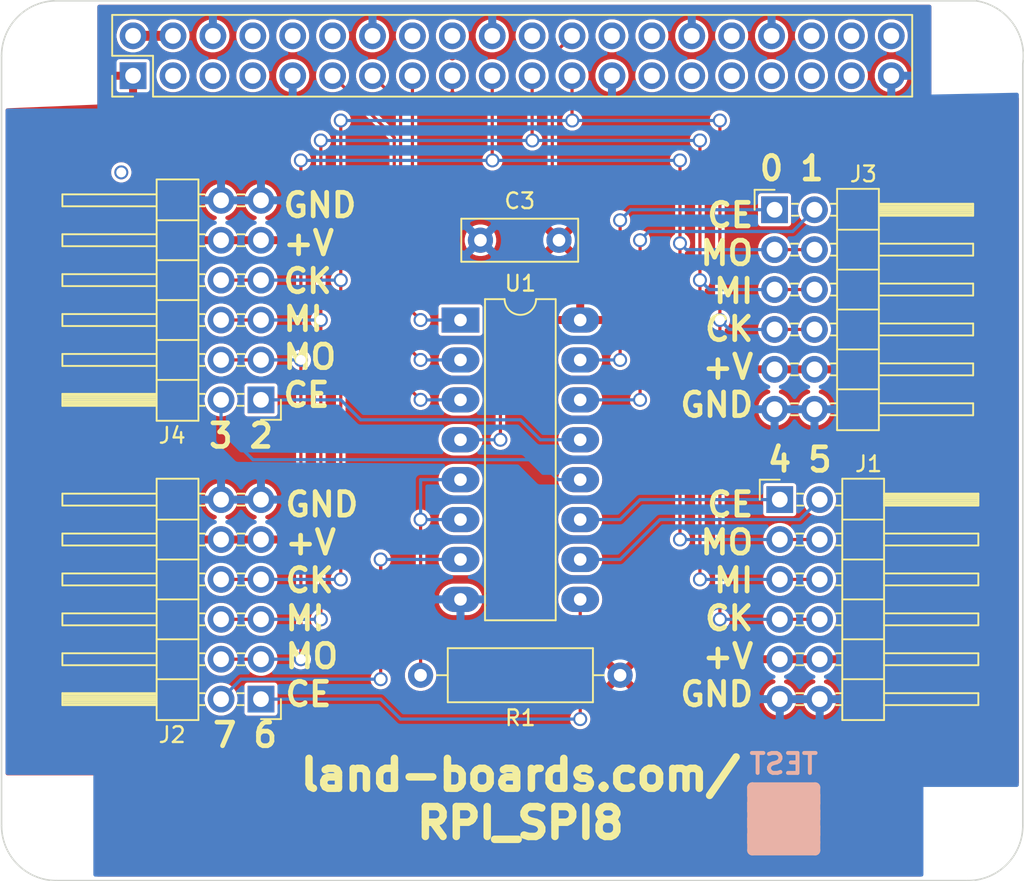
<source format=kicad_pcb>
(kicad_pcb (version 20171130) (host pcbnew "(5.1.5)-3")
  (title_block (title RasPi-GVS-Plus-CFG) (rev X1) (company land-boards.com))
  (layers (0 F.Cu signal) (31 B.Cu signal) (36 B.SilkS user) (37 F.SilkS user) (38 B.Mask user) (39 F.Mask user) (44 Edge.Cuts user))
  (net 0 "")
  (net 1 GND)
  (net 2 +5V)
  (net 3 +3V3)
  (net 4 /SPICE0)
  (net 5 /SPISCK)
  (net 6 /SPIMISO)
  (net 7 /SPIMOSI)
  (net 8 /IO_22)
  (net 9 /IO_27)
  (net 10 /IO_17)
  (net 11 /SPICE0G)
  (net 12 /SPICE0F)
  (net 13 /SPICE0E)
  (net 14 /SPICE0D)
  (net 15 /SPICE0C)
  (net 16 /SPICE0B)
  (net 17 /SPICE0H)
  (net 18 /SPICE0A)
  (net 19 "Net-(R1-Pad2)")
  (module Connector_PinHeader_2.54mm:PinHeader_2x06_P2.54mm_Horizontal (layer F.Cu) (at 16.51 44.45 180)
    (fp_text reference J2 (at 5.655 -2.27) (layer F.SilkS))
    (fp_text value Conn_02x06_Odd_Even)
    (fp_line (start -1.27 -1.27) (end 0 -1.27) (layer F.SilkS) (width 0.12))
    (fp_line (start -1.27 0) (end -1.27 -1.27) (layer F.SilkS) (width 0.12))
    (fp_line (start 1.042929 13.08) (end 1.497071 13.08) (layer F.SilkS) (width 0.12))
    (fp_line (start 1.042929 12.32) (end 1.497071 12.32) (layer F.SilkS) (width 0.12))
    (fp_line (start 3.582929 13.08) (end 3.98 13.08) (layer F.SilkS) (width 0.12))
    (fp_line (start 3.582929 12.32) (end 3.98 12.32) (layer F.SilkS) (width 0.12))
    (fp_line (start 12.64 13.08) (end 6.64 13.08) (layer F.SilkS) (width 0.12))
    (fp_line (start 12.64 12.32) (end 12.64 13.08) (layer F.SilkS) (width 0.12))
    (fp_line (start 6.64 12.32) (end 12.64 12.32) (layer F.SilkS) (width 0.12))
    (fp_line (start 3.98 11.43) (end 6.64 11.43) (layer F.SilkS) (width 0.12))
    (fp_line (start 1.042929 10.54) (end 1.497071 10.54) (layer F.SilkS) (width 0.12))
    (fp_line (start 1.042929 9.78) (end 1.497071 9.78) (layer F.SilkS) (width 0.12))
    (fp_line (start 3.582929 10.54) (end 3.98 10.54) (layer F.SilkS) (width 0.12))
    (fp_line (start 3.582929 9.78) (end 3.98 9.78) (layer F.SilkS) (width 0.12))
    (fp_line (start 12.64 10.54) (end 6.64 10.54) (layer F.SilkS) (width 0.12))
    (fp_line (start 12.64 9.78) (end 12.64 10.54) (layer F.SilkS) (width 0.12))
    (fp_line (start 6.64 9.78) (end 12.64 9.78) (layer F.SilkS) (width 0.12))
    (fp_line (start 3.98 8.89) (end 6.64 8.89) (layer F.SilkS) (width 0.12))
    (fp_line (start 1.042929 8) (end 1.497071 8) (layer F.SilkS) (width 0.12))
    (fp_line (start 1.042929 7.24) (end 1.497071 7.24) (layer F.SilkS) (width 0.12))
    (fp_line (start 3.582929 8) (end 3.98 8) (layer F.SilkS) (width 0.12))
    (fp_line (start 3.582929 7.24) (end 3.98 7.24) (layer F.SilkS) (width 0.12))
    (fp_line (start 12.64 8) (end 6.64 8) (layer F.SilkS) (width 0.12))
    (fp_line (start 12.64 7.24) (end 12.64 8) (layer F.SilkS) (width 0.12))
    (fp_line (start 6.64 7.24) (end 12.64 7.24) (layer F.SilkS) (width 0.12))
    (fp_line (start 3.98 6.35) (end 6.64 6.35) (layer F.SilkS) (width 0.12))
    (fp_line (start 1.042929 5.46) (end 1.497071 5.46) (layer F.SilkS) (width 0.12))
    (fp_line (start 1.042929 4.7) (end 1.497071 4.7) (layer F.SilkS) (width 0.12))
    (fp_line (start 3.582929 5.46) (end 3.98 5.46) (layer F.SilkS) (width 0.12))
    (fp_line (start 3.582929 4.7) (end 3.98 4.7) (layer F.SilkS) (width 0.12))
    (fp_line (start 12.64 5.46) (end 6.64 5.46) (layer F.SilkS) (width 0.12))
    (fp_line (start 12.64 4.7) (end 12.64 5.46) (layer F.SilkS) (width 0.12))
    (fp_line (start 6.64 4.7) (end 12.64 4.7) (layer F.SilkS) (width 0.12))
    (fp_line (start 3.98 3.81) (end 6.64 3.81) (layer F.SilkS) (width 0.12))
    (fp_line (start 1.042929 2.92) (end 1.497071 2.92) (layer F.SilkS) (width 0.12))
    (fp_line (start 1.042929 2.16) (end 1.497071 2.16) (layer F.SilkS) (width 0.12))
    (fp_line (start 3.582929 2.92) (end 3.98 2.92) (layer F.SilkS) (width 0.12))
    (fp_line (start 3.582929 2.16) (end 3.98 2.16) (layer F.SilkS) (width 0.12))
    (fp_line (start 12.64 2.92) (end 6.64 2.92) (layer F.SilkS) (width 0.12))
    (fp_line (start 12.64 2.16) (end 12.64 2.92) (layer F.SilkS) (width 0.12))
    (fp_line (start 6.64 2.16) (end 12.64 2.16) (layer F.SilkS) (width 0.12))
    (fp_line (start 3.98 1.27) (end 6.64 1.27) (layer F.SilkS) (width 0.12))
    (fp_line (start 1.11 0.38) (end 1.497071 0.38) (layer F.SilkS) (width 0.12))
    (fp_line (start 1.11 -0.38) (end 1.497071 -0.38) (layer F.SilkS) (width 0.12))
    (fp_line (start 3.582929 0.38) (end 3.98 0.38) (layer F.SilkS) (width 0.12))
    (fp_line (start 3.582929 -0.38) (end 3.98 -0.38) (layer F.SilkS) (width 0.12))
    (fp_line (start 6.64 0.28) (end 12.64 0.28) (layer F.SilkS) (width 0.12))
    (fp_line (start 6.64 0.16) (end 12.64 0.16) (layer F.SilkS) (width 0.12))
    (fp_line (start 6.64 0.04) (end 12.64 0.04) (layer F.SilkS) (width 0.12))
    (fp_line (start 6.64 -0.08) (end 12.64 -0.08) (layer F.SilkS) (width 0.12))
    (fp_line (start 6.64 -0.2) (end 12.64 -0.2) (layer F.SilkS) (width 0.12))
    (fp_line (start 6.64 -0.32) (end 12.64 -0.32) (layer F.SilkS) (width 0.12))
    (fp_line (start 12.64 0.38) (end 6.64 0.38) (layer F.SilkS) (width 0.12))
    (fp_line (start 12.64 -0.38) (end 12.64 0.38) (layer F.SilkS) (width 0.12))
    (fp_line (start 6.64 -0.38) (end 12.64 -0.38) (layer F.SilkS) (width 0.12))
    (fp_line (start 6.64 -1.33) (end 3.98 -1.33) (layer F.SilkS) (width 0.12))
    (fp_line (start 6.64 14.03) (end 6.64 -1.33) (layer F.SilkS) (width 0.12))
    (fp_line (start 3.98 14.03) (end 6.64 14.03) (layer F.SilkS) (width 0.12))
    (fp_line (start 3.98 -1.33) (end 3.98 14.03) (layer F.SilkS) (width 0.12))
    (pad 12 thru_hole oval (at 2.54 12.7 180) (size 1.7 1.7) (drill 1) (layers *.Cu *.Mask) (net 1 GND))
    (pad 11 thru_hole oval (at 0 12.7 180) (size 1.7 1.7) (drill 1) (layers *.Cu *.Mask) (net 1 GND))
    (pad 10 thru_hole oval (at 2.54 10.16 180) (size 1.7 1.7) (drill 1) (layers *.Cu *.Mask) (net 3 +3V3))
    (pad 9 thru_hole oval (at 0 10.16 180) (size 1.7 1.7) (drill 1) (layers *.Cu *.Mask) (net 3 +3V3))
    (pad 8 thru_hole oval (at 2.54 7.62 180) (size 1.7 1.7) (drill 1) (layers *.Cu *.Mask) (net 5 /SPISCK))
    (pad 7 thru_hole oval (at 0 7.62 180) (size 1.7 1.7) (drill 1) (layers *.Cu *.Mask) (net 5 /SPISCK))
    (pad 6 thru_hole oval (at 2.54 5.08 180) (size 1.7 1.7) (drill 1) (layers *.Cu *.Mask) (net 6 /SPIMISO))
    (pad 5 thru_hole oval (at 0 5.08 180) (size 1.7 1.7) (drill 1) (layers *.Cu *.Mask) (net 6 /SPIMISO))
    (pad 4 thru_hole oval (at 2.54 2.54 180) (size 1.7 1.7) (drill 1) (layers *.Cu *.Mask) (net 7 /SPIMOSI))
    (pad 3 thru_hole oval (at 0 2.54 180) (size 1.7 1.7) (drill 1) (layers *.Cu *.Mask) (net 7 /SPIMOSI))
    (pad 2 thru_hole oval (at 2.54 0 180) (size 1.7 1.7) (drill 1) (layers *.Cu *.Mask) (net 17 /SPICE0H))
    (pad 1 thru_hole rect (at 0 0 180) (size 1.7 1.7) (drill 1) (layers *.Cu *.Mask) (net 11 /SPICE0G))
  )
  (module Connector_PinHeader_2.54mm:PinHeader_2x20_P2.54mm_Vertical (layer F.Cu) (at 8.37 4.77 90)
    (fp_text reference H1 hide)
    (fp_text value RASPIOPLUS)
    (fp_line (start -1.33 -1.33) (end 0 -1.33) (layer F.SilkS) (width 0.12))
    (fp_line (start -1.33 0) (end -1.33 -1.33) (layer F.SilkS) (width 0.12))
    (fp_line (start 1.27 -1.33) (end 3.87 -1.33) (layer F.SilkS) (width 0.12))
    (fp_line (start 1.27 1.27) (end 1.27 -1.33) (layer F.SilkS) (width 0.12))
    (fp_line (start -1.33 1.27) (end 1.27 1.27) (layer F.SilkS) (width 0.12))
    (fp_line (start 3.87 -1.33) (end 3.87 49.59) (layer F.SilkS) (width 0.12))
    (fp_line (start -1.33 1.27) (end -1.33 49.59) (layer F.SilkS) (width 0.12))
    (fp_line (start -1.33 49.59) (end 3.87 49.59) (layer F.SilkS) (width 0.12))
    (pad 40 thru_hole oval (at 2.54 48.26 90) (size 1.7 1.7) (drill 1) (layers *.Cu *.Mask))
    (pad 39 thru_hole oval (at 0 48.26 90) (size 1.7 1.7) (drill 1) (layers *.Cu *.Mask) (net 1 GND))
    (pad 38 thru_hole oval (at 2.54 45.72 90) (size 1.7 1.7) (drill 1) (layers *.Cu *.Mask))
    (pad 37 thru_hole oval (at 0 45.72 90) (size 1.7 1.7) (drill 1) (layers *.Cu *.Mask))
    (pad 36 thru_hole oval (at 2.54 43.18 90) (size 1.7 1.7) (drill 1) (layers *.Cu *.Mask))
    (pad 35 thru_hole oval (at 0 43.18 90) (size 1.7 1.7) (drill 1) (layers *.Cu *.Mask))
    (pad 34 thru_hole oval (at 2.54 40.64 90) (size 1.7 1.7) (drill 1) (layers *.Cu *.Mask) (net 1 GND))
    (pad 33 thru_hole oval (at 0 40.64 90) (size 1.7 1.7) (drill 1) (layers *.Cu *.Mask))
    (pad 32 thru_hole oval (at 2.54 38.1 90) (size 1.7 1.7) (drill 1) (layers *.Cu *.Mask))
    (pad 31 thru_hole oval (at 0 38.1 90) (size 1.7 1.7) (drill 1) (layers *.Cu *.Mask))
    (pad 30 thru_hole oval (at 2.54 35.56 90) (size 1.7 1.7) (drill 1) (layers *.Cu *.Mask) (net 1 GND))
    (pad 29 thru_hole oval (at 0 35.56 90) (size 1.7 1.7) (drill 1) (layers *.Cu *.Mask))
    (pad 28 thru_hole oval (at 2.54 33.02 90) (size 1.7 1.7) (drill 1) (layers *.Cu *.Mask))
    (pad 27 thru_hole oval (at 0 33.02 90) (size 1.7 1.7) (drill 1) (layers *.Cu *.Mask))
    (pad 26 thru_hole oval (at 2.54 30.48 90) (size 1.7 1.7) (drill 1) (layers *.Cu *.Mask))
    (pad 25 thru_hole oval (at 0 30.48 90) (size 1.7 1.7) (drill 1) (layers *.Cu *.Mask) (net 1 GND))
    (pad 24 thru_hole oval (at 2.54 27.94 90) (size 1.7 1.7) (drill 1) (layers *.Cu *.Mask) (net 4 /SPICE0))
    (pad 23 thru_hole oval (at 0 27.94 90) (size 1.7 1.7) (drill 1) (layers *.Cu *.Mask) (net 5 /SPISCK))
    (pad 22 thru_hole oval (at 2.54 25.4 90) (size 1.7 1.7) (drill 1) (layers *.Cu *.Mask))
    (pad 21 thru_hole oval (at 0 25.4 90) (size 1.7 1.7) (drill 1) (layers *.Cu *.Mask) (net 6 /SPIMISO))
    (pad 20 thru_hole oval (at 2.54 22.86 90) (size 1.7 1.7) (drill 1) (layers *.Cu *.Mask) (net 1 GND))
    (pad 19 thru_hole oval (at 0 22.86 90) (size 1.7 1.7) (drill 1) (layers *.Cu *.Mask) (net 7 /SPIMOSI))
    (pad 18 thru_hole oval (at 2.54 20.32 90) (size 1.7 1.7) (drill 1) (layers *.Cu *.Mask))
    (pad 17 thru_hole oval (at 0 20.32 90) (size 1.7 1.7) (drill 1) (layers *.Cu *.Mask) (net 3 +3V3) (thermal_gap 0.2032))
    (pad 16 thru_hole oval (at 2.54 17.78 90) (size 1.7 1.7) (drill 1) (layers *.Cu *.Mask))
    (pad 15 thru_hole oval (at 0 17.78 90) (size 1.7 1.7) (drill 1) (layers *.Cu *.Mask) (net 8 /IO_22))
    (pad 14 thru_hole oval (at 2.54 15.24 90) (size 1.7 1.7) (drill 1) (layers *.Cu *.Mask) (net 1 GND))
    (pad 13 thru_hole oval (at 0 15.24 90) (size 1.7 1.7) (drill 1) (layers *.Cu *.Mask) (net 9 /IO_27))
    (pad 12 thru_hole oval (at 2.54 12.7 90) (size 1.7 1.7) (drill 1) (layers *.Cu *.Mask))
    (pad 11 thru_hole oval (at 0 12.7 90) (size 1.7 1.7) (drill 1) (layers *.Cu *.Mask) (net 10 /IO_17))
    (pad 10 thru_hole oval (at 2.54 10.16 90) (size 1.7 1.7) (drill 1) (layers *.Cu *.Mask))
    (pad 9 thru_hole oval (at 0 10.16 90) (size 1.7 1.7) (drill 1) (layers *.Cu *.Mask) (net 1 GND))
    (pad 8 thru_hole oval (at 2.54 7.62 90) (size 1.7 1.7) (drill 1) (layers *.Cu *.Mask))
    (pad 7 thru_hole oval (at 0 7.62 90) (size 1.7 1.7) (drill 1) (layers *.Cu *.Mask))
    (pad 6 thru_hole oval (at 2.54 5.08 90) (size 1.7 1.7) (drill 1) (layers *.Cu *.Mask) (net 1 GND))
    (pad 5 thru_hole oval (at 0 5.08 90) (size 1.7 1.7) (drill 1) (layers *.Cu *.Mask))
    (pad 4 thru_hole oval (at 2.54 2.54 90) (size 1.7 1.7) (drill 1) (layers *.Cu *.Mask) (net 2 +5V))
    (pad 3 thru_hole oval (at 0 2.54 90) (size 1.7 1.7) (drill 1) (layers *.Cu *.Mask))
    (pad 2 thru_hole oval (at 2.54 0 90) (size 1.7 1.7) (drill 1) (layers *.Cu *.Mask) (net 2 +5V))
    (pad 1 thru_hole rect (at 0 0 90) (size 1.7 1.7) (drill 1) (layers *.Cu *.Mask) (net 3 +3V3))
  )
  (module MountingHole:MountingHole_2.7mm (layer F.Cu) (at 3.5 3.5)
    (fp_text reference MTG1 hide)
    (fp_text value CONN_1)
    (pad 1 np_thru_hole circle (at 0 0) (size 2.7 2.7) (drill 2.7) (layers *.Cu *.Mask))
  )
  (module MountingHole:MountingHole_2.7mm (layer F.Cu) (at 61.5 3.5)
    (fp_text reference MTG2 hide)
    (fp_text value CONN_1)
    (pad 1 np_thru_hole circle (at 0 0) (size 2.7 2.7) (drill 2.7) (layers *.Cu *.Mask))
  )
  (module MountingHole:MountingHole_2.7mm (layer F.Cu) (at 3.5 52.5)
    (fp_text reference MTG3 hide)
    (fp_text value CONN_1)
    (pad 1 np_thru_hole circle (at 0 0) (size 2.7 2.7) (drill 2.7) (layers *.Cu *.Mask))
  )
  (module MountingHole:MountingHole_2.7mm (layer F.Cu) (at 61.5 52.5)
    (fp_text reference MTG4 hide)
    (fp_text value CONN_1)
    (pad 1 np_thru_hole circle (at 0 0) (size 2.7 2.7) (drill 2.7) (layers *.Cu *.Mask))
  )
  (module LandBoards_Marking:TEST_BLK-REAR (layer F.Cu) (at 49.784 52.07)
    (fp_text reference TEST (at 0 -3.5) (layer B.SilkS) (effects (font (size 1.27 1.27) (thickness 0.254)) (justify mirror)))
    (fp_text value COUPON hide)
    (fp_line (start -2 -2) (end 2 -2) (layer B.SilkS) (width 0.65))
    (fp_line (start 2 -2) (end 2 2) (layer B.SilkS) (width 0.65))
    (fp_line (start 2 2) (end -2 2) (layer B.SilkS) (width 0.65))
    (fp_line (start -2 2) (end -2 -2) (layer B.SilkS) (width 0.65))
    (fp_line (start -2 -2) (end -2 -1.5) (layer B.SilkS) (width 0.65))
    (fp_line (start -2 -1.5) (end 2 -1.5) (layer B.SilkS) (width 0.65))
    (fp_line (start 2 -1.5) (end 2 -1) (layer B.SilkS) (width 0.65))
    (fp_line (start 2 -1) (end -2 -1) (layer B.SilkS) (width 0.65))
    (fp_line (start -2 -1) (end -2 -0.5) (layer B.SilkS) (width 0.65))
    (fp_line (start -2 -0.5) (end 2 -0.5) (layer B.SilkS) (width 0.65))
    (fp_line (start 2 -0.5) (end 2 0) (layer B.SilkS) (width 0.65))
    (fp_line (start 2 0) (end -2 0) (layer B.SilkS) (width 0.65))
    (fp_line (start -2 0) (end -2 0.5) (layer B.SilkS) (width 0.65))
    (fp_line (start -2 0.5) (end 1.5 0.5) (layer B.SilkS) (width 0.65))
    (fp_line (start 1.5 0.5) (end 2 0.5) (layer B.SilkS) (width 0.65))
    (fp_line (start 2 0.5) (end 2 1) (layer B.SilkS) (width 0.65))
    (fp_line (start 2 1) (end -2 1) (layer B.SilkS) (width 0.65))
    (fp_line (start -2 1) (end -2 1.5) (layer B.SilkS) (width 0.65))
    (fp_line (start -2 1.5) (end 2 1.5) (layer B.SilkS) (width 0.65))
  )
  (module Connector_PinHeader_2.54mm:PinHeader_2x06_P2.54mm_Horizontal (layer F.Cu) (at 49.53 31.75)
    (fp_text reference J1 (at 5.655 -2.27) (layer F.SilkS))
    (fp_text value Conn_02x06_Odd_Even)
    (fp_line (start 3.98 -1.33) (end 3.98 14.03) (layer F.SilkS) (width 0.12))
    (fp_line (start 3.98 14.03) (end 6.64 14.03) (layer F.SilkS) (width 0.12))
    (fp_line (start 6.64 14.03) (end 6.64 -1.33) (layer F.SilkS) (width 0.12))
    (fp_line (start 6.64 -1.33) (end 3.98 -1.33) (layer F.SilkS) (width 0.12))
    (fp_line (start 6.64 -0.38) (end 12.64 -0.38) (layer F.SilkS) (width 0.12))
    (fp_line (start 12.64 -0.38) (end 12.64 0.38) (layer F.SilkS) (width 0.12))
    (fp_line (start 12.64 0.38) (end 6.64 0.38) (layer F.SilkS) (width 0.12))
    (fp_line (start 6.64 -0.32) (end 12.64 -0.32) (layer F.SilkS) (width 0.12))
    (fp_line (start 6.64 -0.2) (end 12.64 -0.2) (layer F.SilkS) (width 0.12))
    (fp_line (start 6.64 -0.08) (end 12.64 -0.08) (layer F.SilkS) (width 0.12))
    (fp_line (start 6.64 0.04) (end 12.64 0.04) (layer F.SilkS) (width 0.12))
    (fp_line (start 6.64 0.16) (end 12.64 0.16) (layer F.SilkS) (width 0.12))
    (fp_line (start 6.64 0.28) (end 12.64 0.28) (layer F.SilkS) (width 0.12))
    (fp_line (start 3.582929 -0.38) (end 3.98 -0.38) (layer F.SilkS) (width 0.12))
    (fp_line (start 3.582929 0.38) (end 3.98 0.38) (layer F.SilkS) (width 0.12))
    (fp_line (start 1.11 -0.38) (end 1.497071 -0.38) (layer F.SilkS) (width 0.12))
    (fp_line (start 1.11 0.38) (end 1.497071 0.38) (layer F.SilkS) (width 0.12))
    (fp_line (start 3.98 1.27) (end 6.64 1.27) (layer F.SilkS) (width 0.12))
    (fp_line (start 6.64 2.16) (end 12.64 2.16) (layer F.SilkS) (width 0.12))
    (fp_line (start 12.64 2.16) (end 12.64 2.92) (layer F.SilkS) (width 0.12))
    (fp_line (start 12.64 2.92) (end 6.64 2.92) (layer F.SilkS) (width 0.12))
    (fp_line (start 3.582929 2.16) (end 3.98 2.16) (layer F.SilkS) (width 0.12))
    (fp_line (start 3.582929 2.92) (end 3.98 2.92) (layer F.SilkS) (width 0.12))
    (fp_line (start 1.042929 2.16) (end 1.497071 2.16) (layer F.SilkS) (width 0.12))
    (fp_line (start 1.042929 2.92) (end 1.497071 2.92) (layer F.SilkS) (width 0.12))
    (fp_line (start 3.98 3.81) (end 6.64 3.81) (layer F.SilkS) (width 0.12))
    (fp_line (start 6.64 4.7) (end 12.64 4.7) (layer F.SilkS) (width 0.12))
    (fp_line (start 12.64 4.7) (end 12.64 5.46) (layer F.SilkS) (width 0.12))
    (fp_line (start 12.64 5.46) (end 6.64 5.46) (layer F.SilkS) (width 0.12))
    (fp_line (start 3.582929 4.7) (end 3.98 4.7) (layer F.SilkS) (width 0.12))
    (fp_line (start 3.582929 5.46) (end 3.98 5.46) (layer F.SilkS) (width 0.12))
    (fp_line (start 1.042929 4.7) (end 1.497071 4.7) (layer F.SilkS) (width 0.12))
    (fp_line (start 1.042929 5.46) (end 1.497071 5.46) (layer F.SilkS) (width 0.12))
    (fp_line (start 3.98 6.35) (end 6.64 6.35) (layer F.SilkS) (width 0.12))
    (fp_line (start 6.64 7.24) (end 12.64 7.24) (layer F.SilkS) (width 0.12))
    (fp_line (start 12.64 7.24) (end 12.64 8) (layer F.SilkS) (width 0.12))
    (fp_line (start 12.64 8) (end 6.64 8) (layer F.SilkS) (width 0.12))
    (fp_line (start 3.582929 7.24) (end 3.98 7.24) (layer F.SilkS) (width 0.12))
    (fp_line (start 3.582929 8) (end 3.98 8) (layer F.SilkS) (width 0.12))
    (fp_line (start 1.042929 7.24) (end 1.497071 7.24) (layer F.SilkS) (width 0.12))
    (fp_line (start 1.042929 8) (end 1.497071 8) (layer F.SilkS) (width 0.12))
    (fp_line (start 3.98 8.89) (end 6.64 8.89) (layer F.SilkS) (width 0.12))
    (fp_line (start 6.64 9.78) (end 12.64 9.78) (layer F.SilkS) (width 0.12))
    (fp_line (start 12.64 9.78) (end 12.64 10.54) (layer F.SilkS) (width 0.12))
    (fp_line (start 12.64 10.54) (end 6.64 10.54) (layer F.SilkS) (width 0.12))
    (fp_line (start 3.582929 9.78) (end 3.98 9.78) (layer F.SilkS) (width 0.12))
    (fp_line (start 3.582929 10.54) (end 3.98 10.54) (layer F.SilkS) (width 0.12))
    (fp_line (start 1.042929 9.78) (end 1.497071 9.78) (layer F.SilkS) (width 0.12))
    (fp_line (start 1.042929 10.54) (end 1.497071 10.54) (layer F.SilkS) (width 0.12))
    (fp_line (start 3.98 11.43) (end 6.64 11.43) (layer F.SilkS) (width 0.12))
    (fp_line (start 6.64 12.32) (end 12.64 12.32) (layer F.SilkS) (width 0.12))
    (fp_line (start 12.64 12.32) (end 12.64 13.08) (layer F.SilkS) (width 0.12))
    (fp_line (start 12.64 13.08) (end 6.64 13.08) (layer F.SilkS) (width 0.12))
    (fp_line (start 3.582929 12.32) (end 3.98 12.32) (layer F.SilkS) (width 0.12))
    (fp_line (start 3.582929 13.08) (end 3.98 13.08) (layer F.SilkS) (width 0.12))
    (fp_line (start 1.042929 12.32) (end 1.497071 12.32) (layer F.SilkS) (width 0.12))
    (fp_line (start 1.042929 13.08) (end 1.497071 13.08) (layer F.SilkS) (width 0.12))
    (fp_line (start -1.27 0) (end -1.27 -1.27) (layer F.SilkS) (width 0.12))
    (fp_line (start -1.27 -1.27) (end 0 -1.27) (layer F.SilkS) (width 0.12))
    (pad 1 thru_hole rect (at 0 0) (size 1.7 1.7) (drill 1) (layers *.Cu *.Mask) (net 13 /SPICE0E))
    (pad 2 thru_hole oval (at 2.54 0) (size 1.7 1.7) (drill 1) (layers *.Cu *.Mask) (net 12 /SPICE0F))
    (pad 3 thru_hole oval (at 0 2.54) (size 1.7 1.7) (drill 1) (layers *.Cu *.Mask) (net 7 /SPIMOSI))
    (pad 4 thru_hole oval (at 2.54 2.54) (size 1.7 1.7) (drill 1) (layers *.Cu *.Mask) (net 7 /SPIMOSI))
    (pad 5 thru_hole oval (at 0 5.08) (size 1.7 1.7) (drill 1) (layers *.Cu *.Mask) (net 6 /SPIMISO))
    (pad 6 thru_hole oval (at 2.54 5.08) (size 1.7 1.7) (drill 1) (layers *.Cu *.Mask) (net 6 /SPIMISO))
    (pad 7 thru_hole oval (at 0 7.62) (size 1.7 1.7) (drill 1) (layers *.Cu *.Mask) (net 5 /SPISCK))
    (pad 8 thru_hole oval (at 2.54 7.62) (size 1.7 1.7) (drill 1) (layers *.Cu *.Mask) (net 5 /SPISCK))
    (pad 9 thru_hole oval (at 0 10.16) (size 1.7 1.7) (drill 1) (layers *.Cu *.Mask) (net 3 +3V3))
    (pad 10 thru_hole oval (at 2.54 10.16) (size 1.7 1.7) (drill 1) (layers *.Cu *.Mask) (net 3 +3V3))
    (pad 11 thru_hole oval (at 0 12.7) (size 1.7 1.7) (drill 1) (layers *.Cu *.Mask) (net 1 GND))
    (pad 12 thru_hole oval (at 2.54 12.7) (size 1.7 1.7) (drill 1) (layers *.Cu *.Mask) (net 1 GND))
  )
  (module Connector_PinHeader_2.54mm:PinHeader_2x06_P2.54mm_Horizontal (layer F.Cu) (at 49.2 13.3)
    (fp_text reference J3 (at 5.655 -2.27) (layer F.SilkS))
    (fp_text value Conn_02x06_Odd_Even)
    (fp_line (start 3.98 -1.33) (end 3.98 14.03) (layer F.SilkS) (width 0.12))
    (fp_line (start 3.98 14.03) (end 6.64 14.03) (layer F.SilkS) (width 0.12))
    (fp_line (start 6.64 14.03) (end 6.64 -1.33) (layer F.SilkS) (width 0.12))
    (fp_line (start 6.64 -1.33) (end 3.98 -1.33) (layer F.SilkS) (width 0.12))
    (fp_line (start 6.64 -0.38) (end 12.64 -0.38) (layer F.SilkS) (width 0.12))
    (fp_line (start 12.64 -0.38) (end 12.64 0.38) (layer F.SilkS) (width 0.12))
    (fp_line (start 12.64 0.38) (end 6.64 0.38) (layer F.SilkS) (width 0.12))
    (fp_line (start 6.64 -0.32) (end 12.64 -0.32) (layer F.SilkS) (width 0.12))
    (fp_line (start 6.64 -0.2) (end 12.64 -0.2) (layer F.SilkS) (width 0.12))
    (fp_line (start 6.64 -0.08) (end 12.64 -0.08) (layer F.SilkS) (width 0.12))
    (fp_line (start 6.64 0.04) (end 12.64 0.04) (layer F.SilkS) (width 0.12))
    (fp_line (start 6.64 0.16) (end 12.64 0.16) (layer F.SilkS) (width 0.12))
    (fp_line (start 6.64 0.28) (end 12.64 0.28) (layer F.SilkS) (width 0.12))
    (fp_line (start 3.582929 -0.38) (end 3.98 -0.38) (layer F.SilkS) (width 0.12))
    (fp_line (start 3.582929 0.38) (end 3.98 0.38) (layer F.SilkS) (width 0.12))
    (fp_line (start 1.11 -0.38) (end 1.497071 -0.38) (layer F.SilkS) (width 0.12))
    (fp_line (start 1.11 0.38) (end 1.497071 0.38) (layer F.SilkS) (width 0.12))
    (fp_line (start 3.98 1.27) (end 6.64 1.27) (layer F.SilkS) (width 0.12))
    (fp_line (start 6.64 2.16) (end 12.64 2.16) (layer F.SilkS) (width 0.12))
    (fp_line (start 12.64 2.16) (end 12.64 2.92) (layer F.SilkS) (width 0.12))
    (fp_line (start 12.64 2.92) (end 6.64 2.92) (layer F.SilkS) (width 0.12))
    (fp_line (start 3.582929 2.16) (end 3.98 2.16) (layer F.SilkS) (width 0.12))
    (fp_line (start 3.582929 2.92) (end 3.98 2.92) (layer F.SilkS) (width 0.12))
    (fp_line (start 1.042929 2.16) (end 1.497071 2.16) (layer F.SilkS) (width 0.12))
    (fp_line (start 1.042929 2.92) (end 1.497071 2.92) (layer F.SilkS) (width 0.12))
    (fp_line (start 3.98 3.81) (end 6.64 3.81) (layer F.SilkS) (width 0.12))
    (fp_line (start 6.64 4.7) (end 12.64 4.7) (layer F.SilkS) (width 0.12))
    (fp_line (start 12.64 4.7) (end 12.64 5.46) (layer F.SilkS) (width 0.12))
    (fp_line (start 12.64 5.46) (end 6.64 5.46) (layer F.SilkS) (width 0.12))
    (fp_line (start 3.582929 4.7) (end 3.98 4.7) (layer F.SilkS) (width 0.12))
    (fp_line (start 3.582929 5.46) (end 3.98 5.46) (layer F.SilkS) (width 0.12))
    (fp_line (start 1.042929 4.7) (end 1.497071 4.7) (layer F.SilkS) (width 0.12))
    (fp_line (start 1.042929 5.46) (end 1.497071 5.46) (layer F.SilkS) (width 0.12))
    (fp_line (start 3.98 6.35) (end 6.64 6.35) (layer F.SilkS) (width 0.12))
    (fp_line (start 6.64 7.24) (end 12.64 7.24) (layer F.SilkS) (width 0.12))
    (fp_line (start 12.64 7.24) (end 12.64 8) (layer F.SilkS) (width 0.12))
    (fp_line (start 12.64 8) (end 6.64 8) (layer F.SilkS) (width 0.12))
    (fp_line (start 3.582929 7.24) (end 3.98 7.24) (layer F.SilkS) (width 0.12))
    (fp_line (start 3.582929 8) (end 3.98 8) (layer F.SilkS) (width 0.12))
    (fp_line (start 1.042929 7.24) (end 1.497071 7.24) (layer F.SilkS) (width 0.12))
    (fp_line (start 1.042929 8) (end 1.497071 8) (layer F.SilkS) (width 0.12))
    (fp_line (start 3.98 8.89) (end 6.64 8.89) (layer F.SilkS) (width 0.12))
    (fp_line (start 6.64 9.78) (end 12.64 9.78) (layer F.SilkS) (width 0.12))
    (fp_line (start 12.64 9.78) (end 12.64 10.54) (layer F.SilkS) (width 0.12))
    (fp_line (start 12.64 10.54) (end 6.64 10.54) (layer F.SilkS) (width 0.12))
    (fp_line (start 3.582929 9.78) (end 3.98 9.78) (layer F.SilkS) (width 0.12))
    (fp_line (start 3.582929 10.54) (end 3.98 10.54) (layer F.SilkS) (width 0.12))
    (fp_line (start 1.042929 9.78) (end 1.497071 9.78) (layer F.SilkS) (width 0.12))
    (fp_line (start 1.042929 10.54) (end 1.497071 10.54) (layer F.SilkS) (width 0.12))
    (fp_line (start 3.98 11.43) (end 6.64 11.43) (layer F.SilkS) (width 0.12))
    (fp_line (start 6.64 12.32) (end 12.64 12.32) (layer F.SilkS) (width 0.12))
    (fp_line (start 12.64 12.32) (end 12.64 13.08) (layer F.SilkS) (width 0.12))
    (fp_line (start 12.64 13.08) (end 6.64 13.08) (layer F.SilkS) (width 0.12))
    (fp_line (start 3.582929 12.32) (end 3.98 12.32) (layer F.SilkS) (width 0.12))
    (fp_line (start 3.582929 13.08) (end 3.98 13.08) (layer F.SilkS) (width 0.12))
    (fp_line (start 1.042929 12.32) (end 1.497071 12.32) (layer F.SilkS) (width 0.12))
    (fp_line (start 1.042929 13.08) (end 1.497071 13.08) (layer F.SilkS) (width 0.12))
    (fp_line (start -1.27 0) (end -1.27 -1.27) (layer F.SilkS) (width 0.12))
    (fp_line (start -1.27 -1.27) (end 0 -1.27) (layer F.SilkS) (width 0.12))
    (pad 1 thru_hole rect (at 0 0) (size 1.7 1.7) (drill 1) (layers *.Cu *.Mask) (net 18 /SPICE0A))
    (pad 2 thru_hole oval (at 2.54 0) (size 1.7 1.7) (drill 1) (layers *.Cu *.Mask) (net 16 /SPICE0B))
    (pad 3 thru_hole oval (at 0 2.54) (size 1.7 1.7) (drill 1) (layers *.Cu *.Mask) (net 7 /SPIMOSI))
    (pad 4 thru_hole oval (at 2.54 2.54) (size 1.7 1.7) (drill 1) (layers *.Cu *.Mask) (net 7 /SPIMOSI))
    (pad 5 thru_hole oval (at 0 5.08) (size 1.7 1.7) (drill 1) (layers *.Cu *.Mask) (net 6 /SPIMISO))
    (pad 6 thru_hole oval (at 2.54 5.08) (size 1.7 1.7) (drill 1) (layers *.Cu *.Mask) (net 6 /SPIMISO))
    (pad 7 thru_hole oval (at 0 7.62) (size 1.7 1.7) (drill 1) (layers *.Cu *.Mask) (net 5 /SPISCK))
    (pad 8 thru_hole oval (at 2.54 7.62) (size 1.7 1.7) (drill 1) (layers *.Cu *.Mask) (net 5 /SPISCK))
    (pad 9 thru_hole oval (at 0 10.16) (size 1.7 1.7) (drill 1) (layers *.Cu *.Mask) (net 3 +3V3))
    (pad 10 thru_hole oval (at 2.54 10.16) (size 1.7 1.7) (drill 1) (layers *.Cu *.Mask) (net 3 +3V3))
    (pad 11 thru_hole oval (at 0 12.7) (size 1.7 1.7) (drill 1) (layers *.Cu *.Mask) (net 1 GND))
    (pad 12 thru_hole oval (at 2.54 12.7) (size 1.7 1.7) (drill 1) (layers *.Cu *.Mask) (net 1 GND))
  )
  (module Package_DIP:DIP-16_W7.62mm_LongPads (layer F.Cu) (at 29.21 20.32)
    (fp_text reference U1 (at 3.81 -2.33) (layer F.SilkS))
    (fp_text value 74LS138)
    (fp_arc (start 3.81 -1.33) (end 2.81 -1.33) (angle -180) (layer F.SilkS) (width 0.12))
    (fp_line (start 2.81 -1.33) (end 1.56 -1.33) (layer F.SilkS) (width 0.12))
    (fp_line (start 1.56 -1.33) (end 1.56 19.11) (layer F.SilkS) (width 0.12))
    (fp_line (start 1.56 19.11) (end 6.06 19.11) (layer F.SilkS) (width 0.12))
    (fp_line (start 6.06 19.11) (end 6.06 -1.33) (layer F.SilkS) (width 0.12))
    (fp_line (start 6.06 -1.33) (end 4.81 -1.33) (layer F.SilkS) (width 0.12))
    (pad 1 thru_hole rect (at 0 0) (size 2.4 1.6) (drill 0.8) (layers *.Cu *.Mask) (net 8 /IO_22))
    (pad 9 thru_hole oval (at 7.62 17.78) (size 2.4 1.6) (drill 0.8) (layers *.Cu *.Mask) (net 11 /SPICE0G))
    (pad 2 thru_hole oval (at 0 2.54) (size 2.4 1.6) (drill 0.8) (layers *.Cu *.Mask) (net 9 /IO_27))
    (pad 10 thru_hole oval (at 7.62 15.24) (size 2.4 1.6) (drill 0.8) (layers *.Cu *.Mask) (net 12 /SPICE0F))
    (pad 3 thru_hole oval (at 0 5.08) (size 2.4 1.6) (drill 0.8) (layers *.Cu *.Mask) (net 10 /IO_17))
    (pad 11 thru_hole oval (at 7.62 12.7) (size 2.4 1.6) (drill 0.8) (layers *.Cu *.Mask) (net 13 /SPICE0E))
    (pad 4 thru_hole oval (at 0 7.62) (size 2.4 1.6) (drill 0.8) (layers *.Cu *.Mask) (net 4 /SPICE0))
    (pad 12 thru_hole oval (at 7.62 10.16) (size 2.4 1.6) (drill 0.8) (layers *.Cu *.Mask) (net 14 /SPICE0D))
    (pad 5 thru_hole oval (at 0 10.16) (size 2.4 1.6) (drill 0.8) (layers *.Cu *.Mask) (net 19 "Net-(R1-Pad2)"))
    (pad 13 thru_hole oval (at 7.62 7.62) (size 2.4 1.6) (drill 0.8) (layers *.Cu *.Mask) (net 15 /SPICE0C))
    (pad 6 thru_hole oval (at 0 12.7) (size 2.4 1.6) (drill 0.8) (layers *.Cu *.Mask) (net 19 "Net-(R1-Pad2)"))
    (pad 14 thru_hole oval (at 7.62 5.08) (size 2.4 1.6) (drill 0.8) (layers *.Cu *.Mask) (net 16 /SPICE0B))
    (pad 7 thru_hole oval (at 0 15.24) (size 2.4 1.6) (drill 0.8) (layers *.Cu *.Mask) (net 17 /SPICE0H))
    (pad 15 thru_hole oval (at 7.62 2.54) (size 2.4 1.6) (drill 0.8) (layers *.Cu *.Mask) (net 18 /SPICE0A))
    (pad 8 thru_hole oval (at 0 17.78) (size 2.4 1.6) (drill 0.8) (layers *.Cu *.Mask) (net 1 GND))
    (pad 16 thru_hole oval (at 7.62 0) (size 2.4 1.6) (drill 0.8) (layers *.Cu *.Mask) (net 3 +3V3))
  )
  (module Capacitor_THT:C_Rect_L7.2mm_W2.5mm_P5.00mm_FKS2_FKP2_MKS2_MKP2 (layer F.Cu) (at 30.48 15.24)
    (fp_text reference C3 (at 2.5 -2.5) (layer F.SilkS))
    (fp_text value 0.1uF)
    (fp_line (start -1.22 -1.37) (end 6.22 -1.37) (layer F.SilkS) (width 0.12))
    (fp_line (start -1.22 1.37) (end 6.22 1.37) (layer F.SilkS) (width 0.12))
    (fp_line (start -1.22 -1.37) (end -1.22 1.37) (layer F.SilkS) (width 0.12))
    (fp_line (start 6.22 -1.37) (end 6.22 1.37) (layer F.SilkS) (width 0.12))
    (pad 1 thru_hole circle (at 0 0) (size 1.6 1.6) (drill 0.8) (layers *.Cu *.Mask) (net 1 GND))
    (pad 2 thru_hole circle (at 5 0) (size 1.6 1.6) (drill 0.8) (layers *.Cu *.Mask) (net 3 +3V3))
  )
  (module Resistor_THT:R_Axial_DIN0309_L9.0mm_D3.2mm_P12.70mm_Horizontal (layer F.Cu) (at 39.37 42.926 180)
    (fp_text reference R1 (at 6.35 -2.72) (layer F.SilkS))
    (fp_text value 10K)
    (fp_line (start 1.73 -1.72) (end 1.73 1.72) (layer F.SilkS) (width 0.12))
    (fp_line (start 1.73 1.72) (end 10.97 1.72) (layer F.SilkS) (width 0.12))
    (fp_line (start 10.97 1.72) (end 10.97 -1.72) (layer F.SilkS) (width 0.12))
    (fp_line (start 10.97 -1.72) (end 1.73 -1.72) (layer F.SilkS) (width 0.12))
    (fp_line (start 1.04 0) (end 1.73 0) (layer F.SilkS) (width 0.12))
    (fp_line (start 11.66 0) (end 10.97 0) (layer F.SilkS) (width 0.12))
    (pad 1 thru_hole circle (at 0 0 180) (size 1.6 1.6) (drill 0.8) (layers *.Cu *.Mask) (net 3 +3V3))
    (pad 2 thru_hole oval (at 12.7 0 180) (size 1.6 1.6) (drill 0.8) (layers *.Cu *.Mask) (net 19 "Net-(R1-Pad2)"))
  )
  (module Connector_PinHeader_2.54mm:PinHeader_2x06_P2.54mm_Horizontal (layer F.Cu) (at 16.51 25.4 180)
    (fp_text reference J4 (at 5.655 -2.27) (layer F.SilkS))
    (fp_text value Conn_02x06_Odd_Even)
    (fp_line (start 3.98 -1.33) (end 3.98 14.03) (layer F.SilkS) (width 0.12))
    (fp_line (start 3.98 14.03) (end 6.64 14.03) (layer F.SilkS) (width 0.12))
    (fp_line (start 6.64 14.03) (end 6.64 -1.33) (layer F.SilkS) (width 0.12))
    (fp_line (start 6.64 -1.33) (end 3.98 -1.33) (layer F.SilkS) (width 0.12))
    (fp_line (start 6.64 -0.38) (end 12.64 -0.38) (layer F.SilkS) (width 0.12))
    (fp_line (start 12.64 -0.38) (end 12.64 0.38) (layer F.SilkS) (width 0.12))
    (fp_line (start 12.64 0.38) (end 6.64 0.38) (layer F.SilkS) (width 0.12))
    (fp_line (start 6.64 -0.32) (end 12.64 -0.32) (layer F.SilkS) (width 0.12))
    (fp_line (start 6.64 -0.2) (end 12.64 -0.2) (layer F.SilkS) (width 0.12))
    (fp_line (start 6.64 -0.08) (end 12.64 -0.08) (layer F.SilkS) (width 0.12))
    (fp_line (start 6.64 0.04) (end 12.64 0.04) (layer F.SilkS) (width 0.12))
    (fp_line (start 6.64 0.16) (end 12.64 0.16) (layer F.SilkS) (width 0.12))
    (fp_line (start 6.64 0.28) (end 12.64 0.28) (layer F.SilkS) (width 0.12))
    (fp_line (start 3.582929 -0.38) (end 3.98 -0.38) (layer F.SilkS) (width 0.12))
    (fp_line (start 3.582929 0.38) (end 3.98 0.38) (layer F.SilkS) (width 0.12))
    (fp_line (start 1.11 -0.38) (end 1.497071 -0.38) (layer F.SilkS) (width 0.12))
    (fp_line (start 1.11 0.38) (end 1.497071 0.38) (layer F.SilkS) (width 0.12))
    (fp_line (start 3.98 1.27) (end 6.64 1.27) (layer F.SilkS) (width 0.12))
    (fp_line (start 6.64 2.16) (end 12.64 2.16) (layer F.SilkS) (width 0.12))
    (fp_line (start 12.64 2.16) (end 12.64 2.92) (layer F.SilkS) (width 0.12))
    (fp_line (start 12.64 2.92) (end 6.64 2.92) (layer F.SilkS) (width 0.12))
    (fp_line (start 3.582929 2.16) (end 3.98 2.16) (layer F.SilkS) (width 0.12))
    (fp_line (start 3.582929 2.92) (end 3.98 2.92) (layer F.SilkS) (width 0.12))
    (fp_line (start 1.042929 2.16) (end 1.497071 2.16) (layer F.SilkS) (width 0.12))
    (fp_line (start 1.042929 2.92) (end 1.497071 2.92) (layer F.SilkS) (width 0.12))
    (fp_line (start 3.98 3.81) (end 6.64 3.81) (layer F.SilkS) (width 0.12))
    (fp_line (start 6.64 4.7) (end 12.64 4.7) (layer F.SilkS) (width 0.12))
    (fp_line (start 12.64 4.7) (end 12.64 5.46) (layer F.SilkS) (width 0.12))
    (fp_line (start 12.64 5.46) (end 6.64 5.46) (layer F.SilkS) (width 0.12))
    (fp_line (start 3.582929 4.7) (end 3.98 4.7) (layer F.SilkS) (width 0.12))
    (fp_line (start 3.582929 5.46) (end 3.98 5.46) (layer F.SilkS) (width 0.12))
    (fp_line (start 1.042929 4.7) (end 1.497071 4.7) (layer F.SilkS) (width 0.12))
    (fp_line (start 1.042929 5.46) (end 1.497071 5.46) (layer F.SilkS) (width 0.12))
    (fp_line (start 3.98 6.35) (end 6.64 6.35) (layer F.SilkS) (width 0.12))
    (fp_line (start 6.64 7.24) (end 12.64 7.24) (layer F.SilkS) (width 0.12))
    (fp_line (start 12.64 7.24) (end 12.64 8) (layer F.SilkS) (width 0.12))
    (fp_line (start 12.64 8) (end 6.64 8) (layer F.SilkS) (width 0.12))
    (fp_line (start 3.582929 7.24) (end 3.98 7.24) (layer F.SilkS) (width 0.12))
    (fp_line (start 3.582929 8) (end 3.98 8) (layer F.SilkS) (width 0.12))
    (fp_line (start 1.042929 7.24) (end 1.497071 7.24) (layer F.SilkS) (width 0.12))
    (fp_line (start 1.042929 8) (end 1.497071 8) (layer F.SilkS) (width 0.12))
    (fp_line (start 3.98 8.89) (end 6.64 8.89) (layer F.SilkS) (width 0.12))
    (fp_line (start 6.64 9.78) (end 12.64 9.78) (layer F.SilkS) (width 0.12))
    (fp_line (start 12.64 9.78) (end 12.64 10.54) (layer F.SilkS) (width 0.12))
    (fp_line (start 12.64 10.54) (end 6.64 10.54) (layer F.SilkS) (width 0.12))
    (fp_line (start 3.582929 9.78) (end 3.98 9.78) (layer F.SilkS) (width 0.12))
    (fp_line (start 3.582929 10.54) (end 3.98 10.54) (layer F.SilkS) (width 0.12))
    (fp_line (start 1.042929 9.78) (end 1.497071 9.78) (layer F.SilkS) (width 0.12))
    (fp_line (start 1.042929 10.54) (end 1.497071 10.54) (layer F.SilkS) (width 0.12))
    (fp_line (start 3.98 11.43) (end 6.64 11.43) (layer F.SilkS) (width 0.12))
    (fp_line (start 6.64 12.32) (end 12.64 12.32) (layer F.SilkS) (width 0.12))
    (fp_line (start 12.64 12.32) (end 12.64 13.08) (layer F.SilkS) (width 0.12))
    (fp_line (start 12.64 13.08) (end 6.64 13.08) (layer F.SilkS) (width 0.12))
    (fp_line (start 3.582929 12.32) (end 3.98 12.32) (layer F.SilkS) (width 0.12))
    (fp_line (start 3.582929 13.08) (end 3.98 13.08) (layer F.SilkS) (width 0.12))
    (fp_line (start 1.042929 12.32) (end 1.497071 12.32) (layer F.SilkS) (width 0.12))
    (fp_line (start 1.042929 13.08) (end 1.497071 13.08) (layer F.SilkS) (width 0.12))
    (fp_line (start -1.27 0) (end -1.27 -1.27) (layer F.SilkS) (width 0.12))
    (fp_line (start -1.27 -1.27) (end 0 -1.27) (layer F.SilkS) (width 0.12))
    (pad 1 thru_hole rect (at 0 0 180) (size 1.7 1.7) (drill 1) (layers *.Cu *.Mask) (net 15 /SPICE0C))
    (pad 2 thru_hole oval (at 2.54 0 180) (size 1.7 1.7) (drill 1) (layers *.Cu *.Mask) (net 14 /SPICE0D))
    (pad 3 thru_hole oval (at 0 2.54 180) (size 1.7 1.7) (drill 1) (layers *.Cu *.Mask) (net 7 /SPIMOSI))
    (pad 4 thru_hole oval (at 2.54 2.54 180) (size 1.7 1.7) (drill 1) (layers *.Cu *.Mask) (net 7 /SPIMOSI))
    (pad 5 thru_hole oval (at 0 5.08 180) (size 1.7 1.7) (drill 1) (layers *.Cu *.Mask) (net 6 /SPIMISO))
    (pad 6 thru_hole oval (at 2.54 5.08 180) (size 1.7 1.7) (drill 1) (layers *.Cu *.Mask) (net 6 /SPIMISO))
    (pad 7 thru_hole oval (at 0 7.62 180) (size 1.7 1.7) (drill 1) (layers *.Cu *.Mask) (net 5 /SPISCK))
    (pad 8 thru_hole oval (at 2.54 7.62 180) (size 1.7 1.7) (drill 1) (layers *.Cu *.Mask) (net 5 /SPISCK))
    (pad 9 thru_hole oval (at 0 10.16 180) (size 1.7 1.7) (drill 1) (layers *.Cu *.Mask) (net 3 +3V3))
    (pad 10 thru_hole oval (at 2.54 10.16 180) (size 1.7 1.7) (drill 1) (layers *.Cu *.Mask) (net 3 +3V3))
    (pad 11 thru_hole oval (at 0 12.7 180) (size 1.7 1.7) (drill 1) (layers *.Cu *.Mask) (net 1 GND))
    (pad 12 thru_hole oval (at 2.54 12.7 180) (size 1.7 1.7) (drill 1) (layers *.Cu *.Mask) (net 1 GND))
  )
  (gr_text "GND\n+V\nCK\nMI\nMO\nCE\n" (at 17.907 38.1) (layer F.SilkS) (effects (font (size 1.5 1.5) (thickness 0.3)) (justify left)))
  (gr_text "GND\n+V\nCK\nMI\nMO\nCE\n" (at 17.78 19.05) (layer F.SilkS) (effects (font (size 1.5 1.5) (thickness 0.3)) (justify left)))
  (gr_text "CE\nMO\nMI\nCK\n+V\nGND" (at 48.006 38.1) (layer F.SilkS) (effects (font (size 1.5 1.5) (thickness 0.3)) (justify right)))
  (gr_text "CE\nMO\nMI\nCK\n+V\nGND" (at 48.006 19.685) (layer F.SilkS) (effects (font (size 1.5 1.5) (thickness 0.3)) (justify right)))
  (gr_text "3 2" (at 15.24 27.686) (layer F.SilkS) (effects (font (size 1.5 1.5) (thickness 0.3))))
  (gr_text "7 6" (at 15.494 46.736) (layer F.SilkS) (effects (font (size 1.5 1.5) (thickness 0.3))))
  (gr_text "4 5" (at 50.8 29.21) (layer F.SilkS) (effects (font (size 1.5 1.5) (thickness 0.3))))
  (gr_text "0 1" (at 50.292 10.668) (layer F.SilkS) (effects (font (size 1.5 1.5) (thickness 0.3))))
  (gr_text "land-boards.com/\nRPI_SPI8" (at 33.02 50.8) (layer F.SilkS) (effects (font (size 1.905 1.9685) (thickness 0.47625))))
  (gr_line (start 61.5 56) (end 3.5 56) (angle 90) (layer Edge.Cuts) (width 0.1))
  (gr_line (start 65 4) (end 65 52.5) (angle 90) (layer Edge.Cuts) (width 0.1))
  (gr_line (start 3.5 0) (end 62 0) (angle 90) (layer Edge.Cuts) (width 0.1))
  (gr_line (start 0 52.5) (end 0 3.5) (angle 90) (layer Edge.Cuts) (width 0.1))
  (gr_arc (start 61.5 3.5) (end 62 0) (angle 90) (layer Edge.Cuts) (width 0.1))
  (gr_arc (start 61.5 52.5) (end 65 52.5) (angle 90) (layer Edge.Cuts) (width 0.1))
  (gr_arc (start 3.5 52.5) (end 3.5 56) (angle 90) (layer Edge.Cuts) (width 0.1))
  (gr_arc (start 3.5 3.5) (end 0 3.5) (angle 90) (layer Edge.Cuts) (width 0.1))
  (via (at 7.62 10.922) (size 0.889) (drill 0.635) (layers F.Cu B.Cu) (net 0))
  (segment (start 7.54 10.842) (end 7.62 10.922) (width 0.1524) (layer F.Cu) (net 0))
  (segment (start 8.37 2.23) (end 10.91 2.23) (width 0.635) (layer F.Cu) (net 2))
  (segment (start 8.37 2.23) (end 7.93 2.23) (width 0.635) (layer F.Cu) (net 2))
  (segment (start 28.69 4.77) (end 28.69 5.957) (width 0.2032) (layer F.Cu) (net 3))
  (via (at 31.75 27.94) (size 0.889) (drill 0.635) (layers F.Cu B.Cu) (net 4))
  (segment (start 29.21 27.94) (end 31.75 27.94) (width 0.2032) (layer B.Cu) (net 4))
  (segment (start 31.75 27.94) (end 31.75 19.05) (width 0.2032) (layer F.Cu) (net 4))
  (segment (start 33.02 17.78) (end 33.02 13.208) (width 0.2032) (layer F.Cu) (net 4))
  (segment (start 35.052 3.488) (end 36.31 2.23) (width 0.2032) (layer F.Cu) (net 4))
  (segment (start 33.02 13.208) (end 35.052 11.176) (width 0.2032) (layer F.Cu) (net 4))
  (segment (start 31.75 19.05) (end 33.02 17.78) (width 0.2032) (layer F.Cu) (net 4))
  (segment (start 35.052 11.176) (end 35.052 3.488) (width 0.2032) (layer F.Cu) (net 4))
  (segment (start 36.31 5.062908) (end 36.31 4.77) (width 0.1524) (layer F.Cu) (net 5))
  (segment (start 51.74 20.92) (end 49.2 20.92) (width 0.2032) (layer F.Cu) (net 5))
  (segment (start 13.97 17.78) (end 16.51 17.78) (width 0.2032) (layer F.Cu) (net 5))
  (segment (start 13.97 36.83) (end 16.51 36.83) (width 0.2032) (layer F.Cu) (net 5))
  (via (at 21.59 36.83) (size 0.889) (drill 0.635) (layers F.Cu B.Cu) (net 5))
  (segment (start 16.51 36.83) (end 21.59 36.83) (width 0.2032) (layer B.Cu) (net 5))
  (segment (start 21.59 36.83) (end 21.59 17.78) (width 0.2032) (layer F.Cu) (net 5))
  (via (at 16.51 17.78) (size 0.889) (drill 0.635) (layers F.Cu B.Cu) (net 5))
  (via (at 21.59 17.78) (size 0.889) (drill 0.635) (layers F.Cu B.Cu) (net 5))
  (segment (start 16.51 17.78) (end 21.59 17.78) (width 0.2032) (layer B.Cu) (net 5))
  (segment (start 21.59 17.78) (end 21.59 7.62) (width 0.2032) (layer F.Cu) (net 5))
  (via (at 21.59 7.62) (size 0.889) (drill 0.635) (layers F.Cu B.Cu) (net 5))
  (segment (start 21.59 7.62) (end 35.56 7.62) (width 0.2032) (layer B.Cu) (net 5))
  (via (at 45.72 7.62) (size 0.889) (drill 0.635) (layers F.Cu B.Cu) (net 5))
  (segment (start 45.72 7.62) (end 45.72 20.32) (width 0.2032) (layer F.Cu) (net 5))
  (via (at 45.72 20.32) (size 0.889) (drill 0.635) (layers F.Cu B.Cu) (net 5))
  (segment (start 46.32 20.92) (end 45.72 20.32) (width 0.2032) (layer B.Cu) (net 5))
  (segment (start 49.2 20.92) (end 46.32 20.92) (width 0.2032) (layer B.Cu) (net 5))
  (via (at 45.72 39.37) (size 0.889) (drill 0.635) (layers F.Cu B.Cu) (net 5))
  (segment (start 49.53 39.37) (end 45.72 39.37) (width 0.2032) (layer B.Cu) (net 5))
  (segment (start 45.72 39.37) (end 45.72 20.32) (width 0.2032) (layer F.Cu) (net 5))
  (segment (start 36.31 7.608) (end 36.322 7.62) (width 0.2032) (layer F.Cu) (net 5))
  (segment (start 36.31 4.77) (end 36.31 7.608) (width 0.2032) (layer F.Cu) (net 5))
  (via (at 36.322 7.62) (size 0.889) (drill 0.635) (layers F.Cu B.Cu) (net 5))
  (segment (start 35.56 7.62) (end 36.322 7.62) (width 0.2032) (layer B.Cu) (net 5))
  (segment (start 36.322 7.62) (end 45.72 7.62) (width 0.2032) (layer B.Cu) (net 5))
  (segment (start 50.732081 39.37) (end 52.07 39.37) (width 0.2032) (layer F.Cu) (net 5))
  (segment (start 49.53 39.37) (end 50.732081 39.37) (width 0.2032) (layer F.Cu) (net 5))
  (segment (start 51.74 18.38) (end 49.2 18.38) (width 0.2032) (layer F.Cu) (net 6))
  (segment (start 13.97 20.32) (end 16.51 20.32) (width 0.2032) (layer F.Cu) (net 6))
  (segment (start 13.97 39.37) (end 16.51 39.37) (width 0.2032) (layer F.Cu) (net 6))
  (via (at 20.32 39.37) (size 0.889) (drill 0.635) (layers F.Cu B.Cu) (net 6))
  (segment (start 16.51 39.37) (end 20.32 39.37) (width 0.2032) (layer B.Cu) (net 6))
  (via (at 20.32 20.32) (size 0.889) (drill 0.635) (layers F.Cu B.Cu) (net 6))
  (segment (start 20.32 39.37) (end 20.32 20.32) (width 0.2032) (layer F.Cu) (net 6))
  (segment (start 20.32 20.32) (end 16.51 20.32) (width 0.2032) (layer B.Cu) (net 6))
  (via (at 20.32 8.89) (size 0.889) (drill 0.635) (layers F.Cu B.Cu) (net 6))
  (segment (start 20.32 20.32) (end 20.32 8.89) (width 0.2032) (layer F.Cu) (net 6))
  (segment (start 20.32 8.89) (end 33.02 8.89) (width 0.2032) (layer B.Cu) (net 6))
  (via (at 44.45 17.78) (size 0.889) (drill 0.635) (layers F.Cu B.Cu) (net 6))
  (segment (start 49.2 18.38) (end 45.05 18.38) (width 0.2032) (layer B.Cu) (net 6))
  (segment (start 45.05 18.38) (end 44.45 17.78) (width 0.2032) (layer B.Cu) (net 6))
  (segment (start 44.45 17.78) (end 44.45 8.89) (width 0.2032) (layer F.Cu) (net 6))
  (segment (start 44.45 8.89) (end 44.45 8.89) (width 0.2032) (layer F.Cu) (net 6))
  (via (at 44.45 8.89) (size 0.889) (drill 0.635) (layers F.Cu B.Cu) (net 6))
  (segment (start 44.45 8.89) (end 44.45 8.89) (width 0.2032) (layer F.Cu) (net 6))
  (via (at 44.45 8.89) (size 0.889) (drill 0.635) (layers F.Cu B.Cu) (net 6))
  (via (at 44.45 36.83) (size 0.889) (drill 0.635) (layers F.Cu B.Cu) (net 6))
  (segment (start 44.45 17.78) (end 44.45 36.83) (width 0.2032) (layer F.Cu) (net 6))
  (segment (start 44.45 36.83) (end 49.53 36.83) (width 0.2032) (layer B.Cu) (net 6))
  (via (at 33.782 8.89) (size 0.889) (drill 0.635) (layers F.Cu B.Cu) (net 6))
  (segment (start 33.77 4.77) (end 33.77 8.878) (width 0.2032) (layer F.Cu) (net 6))
  (segment (start 33.02 8.89) (end 33.782 8.89) (width 0.2032) (layer B.Cu) (net 6))
  (segment (start 33.77 8.878) (end 33.782 8.89) (width 0.2032) (layer F.Cu) (net 6))
  (segment (start 33.782 8.89) (end 44.45 8.89) (width 0.2032) (layer B.Cu) (net 6))
  (segment (start 49.53 36.83) (end 52.07 36.83) (width 0.2032) (layer F.Cu) (net 6))
  (segment (start 51.74 15.84) (end 49.2 15.84) (width 0.2032) (layer F.Cu) (net 7))
  (segment (start 13.97 22.86) (end 16.51 22.86) (width 0.2032) (layer F.Cu) (net 7))
  (segment (start 13.97 41.91) (end 16.51 41.91) (width 0.2032) (layer F.Cu) (net 7))
  (via (at 19.05 41.91) (size 0.889) (drill 0.635) (layers F.Cu B.Cu) (net 7))
  (segment (start 16.51 41.91) (end 19.05 41.91) (width 0.2032) (layer B.Cu) (net 7))
  (via (at 19.05 22.86) (size 0.889) (drill 0.635) (layers F.Cu B.Cu) (net 7))
  (segment (start 19.05 41.91) (end 19.05 22.86) (width 0.2032) (layer F.Cu) (net 7))
  (segment (start 19.05 22.86) (end 16.51 22.86) (width 0.2032) (layer B.Cu) (net 7))
  (via (at 19.05 10.16) (size 0.889) (drill 0.635) (layers F.Cu B.Cu) (net 7))
  (segment (start 19.05 22.86) (end 19.05 10.16) (width 0.2032) (layer F.Cu) (net 7))
  (segment (start 19.05 10.16) (end 30.48 10.16) (width 0.2032) (layer B.Cu) (net 7))
  (via (at 43.18 15.434499) (size 0.889) (drill 0.635) (layers F.Cu B.Cu) (net 7))
  (segment (start 49.2 15.84) (end 43.585501 15.84) (width 0.2032) (layer B.Cu) (net 7))
  (segment (start 43.585501 15.84) (end 43.18 15.434499) (width 0.2032) (layer B.Cu) (net 7))
  (via (at 43.18 10.16) (size 0.889) (drill 0.635) (layers F.Cu B.Cu) (net 7))
  (segment (start 43.18 15.434499) (end 43.18 10.16) (width 0.2032) (layer F.Cu) (net 7))
  (segment (start 49.53 34.29) (end 43.18 34.29) (width 0.2032) (layer B.Cu) (net 7))
  (via (at 43.18 34.29) (size 0.889) (drill 0.635) (layers F.Cu B.Cu) (net 7))
  (segment (start 43.18 15.434499) (end 43.18 34.29) (width 0.2032) (layer F.Cu) (net 7))
  (via (at 31.242 10.16) (size 0.889) (drill 0.635) (layers F.Cu B.Cu) (net 7))
  (segment (start 31.23 10.148) (end 31.242 10.16) (width 0.2032) (layer F.Cu) (net 7))
  (segment (start 31.23 4.77) (end 31.23 10.148) (width 0.2032) (layer F.Cu) (net 7))
  (segment (start 43.18 10.16) (end 31.242 10.16) (width 0.2032) (layer B.Cu) (net 7))
  (segment (start 31.242 10.16) (end 30.48 10.16) (width 0.2032) (layer B.Cu) (net 7))
  (segment (start 49.53 34.29) (end 52.07 34.29) (width 0.2032) (layer F.Cu) (net 7))
  (via (at 26.67 20.32) (size 0.889) (drill 0.635) (layers F.Cu B.Cu) (net 8))
  (segment (start 29.21 20.32) (end 26.67 20.32) (width 0.2032) (layer B.Cu) (net 8))
  (segment (start 26.15 19.8) (end 26.67 20.32) (width 0.2032) (layer F.Cu) (net 8))
  (segment (start 26.15 4.77) (end 26.15 19.8) (width 0.2032) (layer F.Cu) (net 8))
  (segment (start 29.21 22.86) (end 26.67 22.86) (width 0.2032) (layer B.Cu) (net 9))
  (via (at 26.67 22.86) (size 0.889) (drill 0.635) (layers F.Cu B.Cu) (net 9))
  (segment (start 26.67 22.86) (end 25.4 21.59) (width 0.2032) (layer F.Cu) (net 9))
  (segment (start 25.4 6.56) (end 23.61 4.77) (width 0.2032) (layer F.Cu) (net 9))
  (segment (start 25.4 21.59) (end 25.4 6.56) (width 0.2032) (layer F.Cu) (net 9))
  (segment (start 29.21 25.4) (end 26.67 25.4) (width 0.2032) (layer B.Cu) (net 10))
  (via (at 26.67 25.4) (size 0.889) (drill 0.635) (layers F.Cu B.Cu) (net 10))
  (segment (start 26.67 25.4) (end 24.99359 23.72359) (width 0.2032) (layer F.Cu) (net 10))
  (segment (start 24.99359 8.69359) (end 21.07 4.77) (width 0.2032) (layer F.Cu) (net 10))
  (segment (start 24.99359 23.72359) (end 24.99359 8.69359) (width 0.2032) (layer F.Cu) (net 10))
  (segment (start 16.51 44.45) (end 24.13 44.45) (width 0.2032) (layer B.Cu) (net 11))
  (segment (start 24.13 44.45) (end 25.4 45.72) (width 0.2032) (layer B.Cu) (net 11))
  (via (at 36.83 45.72) (size 0.889) (drill 0.635) (layers F.Cu B.Cu) (net 11))
  (segment (start 25.4 45.72) (end 36.83 45.72) (width 0.2032) (layer B.Cu) (net 11))
  (segment (start 36.83 45.72) (end 36.83 38.1) (width 0.2032) (layer F.Cu) (net 11))
  (segment (start 50.8 33.02) (end 52.07 31.75) (width 0.2032) (layer B.Cu) (net 12))
  (segment (start 36.83 35.56) (end 39.37 35.56) (width 0.2032) (layer B.Cu) (net 12))
  (segment (start 41.91 33.02) (end 50.8 33.02) (width 0.2032) (layer B.Cu) (net 12))
  (segment (start 39.37 35.56) (end 41.91 33.02) (width 0.2032) (layer B.Cu) (net 12))
  (segment (start 36.83 33.02) (end 39.37 33.02) (width 0.2032) (layer B.Cu) (net 13))
  (segment (start 40.64 31.75) (end 49.53 31.75) (width 0.2032) (layer B.Cu) (net 13))
  (segment (start 39.37 33.02) (end 40.64 31.75) (width 0.2032) (layer B.Cu) (net 13))
  (segment (start 35.4268 30.48) (end 34.1568 29.21) (width 0.2032) (layer B.Cu) (net 14))
  (segment (start 36.83 30.48) (end 35.4268 30.48) (width 0.2032) (layer B.Cu) (net 14))
  (segment (start 13.97 27.178) (end 16.002 29.21) (width 0.2032) (layer B.Cu) (net 14))
  (segment (start 13.97 25.4) (end 13.97 27.178) (width 0.2032) (layer B.Cu) (net 14))
  (segment (start 34.1568 29.21) (end 16.002 29.21) (width 0.2032) (layer B.Cu) (net 14))
  (segment (start 36.83 27.94) (end 34.29 27.94) (width 0.2032) (layer B.Cu) (net 15))
  (segment (start 34.29 27.94) (end 33.02 26.67) (width 0.2032) (layer B.Cu) (net 15))
  (segment (start 33.02 26.67) (end 22.86 26.67) (width 0.2032) (layer B.Cu) (net 15))
  (segment (start 21.59 25.4) (end 16.51 25.4) (width 0.2032) (layer B.Cu) (net 15))
  (segment (start 22.86 26.67) (end 21.59 25.4) (width 0.2032) (layer B.Cu) (net 15))
  (via (at 40.64 15.24) (size 0.889) (drill 0.635) (layers F.Cu B.Cu) (net 16))
  (via (at 40.64 25.4) (size 0.889) (drill 0.635) (layers F.Cu B.Cu) (net 16))
  (segment (start 36.83 25.4) (end 40.64 25.4) (width 0.2032) (layer B.Cu) (net 16))
  (segment (start 40.64 25.4) (end 40.64 15.24) (width 0.2032) (layer F.Cu) (net 16))
  (segment (start 50.890001 14.149999) (end 51.74 13.3) (width 0.2032) (layer B.Cu) (net 16))
  (segment (start 50.354801 14.685199) (end 50.890001 14.149999) (width 0.2032) (layer B.Cu) (net 16))
  (segment (start 41.194801 14.685199) (end 50.354801 14.685199) (width 0.2032) (layer B.Cu) (net 16))
  (segment (start 40.64 15.24) (end 41.194801 14.685199) (width 0.2032) (layer B.Cu) (net 16))
  (segment (start 13.97 44.45) (end 15.24 43.18) (width 0.2032) (layer B.Cu) (net 17))
  (via (at 24.13 43.18) (size 0.889) (drill 0.635) (layers F.Cu B.Cu) (net 17))
  (segment (start 15.24 43.18) (end 24.13 43.18) (width 0.2032) (layer B.Cu) (net 17))
  (segment (start 24.13 43.18) (end 24.13 35.56) (width 0.2032) (layer F.Cu) (net 17))
  (segment (start 24.13 35.56) (end 24.13 36.83) (width 0.2032) (layer F.Cu) (net 17))
  (via (at 24.13 35.56) (size 0.889) (drill 0.635) (layers F.Cu B.Cu) (net 17))
  (segment (start 29.21 35.56) (end 24.13 35.56) (width 0.2032) (layer B.Cu) (net 17))
  (via (at 39.37 22.86) (size 0.889) (drill 0.635) (layers F.Cu B.Cu) (net 18))
  (segment (start 36.83 22.86) (end 39.37 22.86) (width 0.2032) (layer B.Cu) (net 18))
  (segment (start 39.37 22.86) (end 39.37 13.97) (width 0.2032) (layer F.Cu) (net 18))
  (via (at 39.37 13.97) (size 0.889) (drill 0.635) (layers F.Cu B.Cu) (net 18))
  (segment (start 49.2 13.3) (end 40.04 13.3) (width 0.2032) (layer B.Cu) (net 18))
  (segment (start 40.04 13.3) (end 39.37 13.97) (width 0.2032) (layer B.Cu) (net 18))
  (segment (start 29.21 30.48) (end 26.67 30.48) (width 0.2032) (layer B.Cu) (net 19))
  (segment (start 26.67 30.48) (end 26.67 33.02) (width 0.2032) (layer B.Cu) (net 19))
  (segment (start 26.67 33.02) (end 29.21 33.02) (width 0.2032) (layer B.Cu) (net 19))
  (via (at 26.67 33.02) (size 0.889) (drill 0.635) (layers F.Cu B.Cu) (net 19))
  (segment (start 26.67 42.926) (end 26.67 33.02) (width 0.2032) (layer F.Cu) (net 19))
  (zone (net 3) (net_name +3V3) (layer F.Cu) (connect_pads (clearance 0.2032)) (min_thickness 0.254) (fill yes (arc_segments 16) (thermal_gap 0.508) (thermal_bridge_width 0.508))
    (polygon (pts (xy 6.096 6.604) (xy 6.096 0) (xy 59.182 0) (xy 59.182 6.096) (xy 65.024 6.096) (xy 65.024 13.97) (xy 64.9 49.9) (xy 58.6 49.8) (xy 58.6 55.9) (xy 6 55.88) (xy 5.9 49.3) (xy -0.1 49.3) (xy 0 6.858)))
  )
  (zone (net 1) (net_name GND) (layer B.Cu) (connect_pads (clearance 0.2032)) (min_thickness 0.254) (fill yes (arc_segments 16) (thermal_gap 0.508) (thermal_bridge_width 0.508))
    (polygon (pts (xy 5.842 49.276) (xy 5.842 55.88) (xy 58.674 55.88) (xy 58.674 50.038) (xy 65.024 50.038) (xy 65.024 5.842) (xy 59.182 5.969) (xy 59.182 0.127) (xy 6.096 0) (xy 6.096 6.858) (xy 0 6.858) (xy 0 49.276)))
  )
)
</source>
